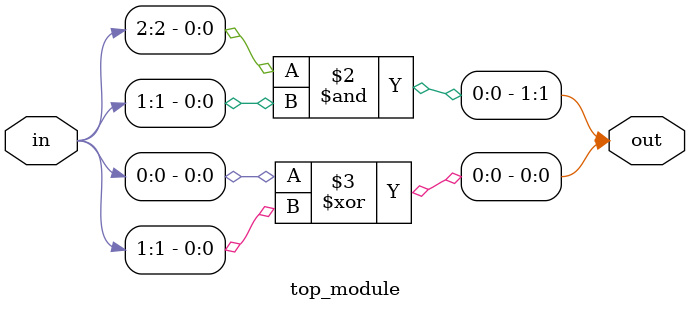
<source format=sv>
module top_module (
    input [2:0] in,
    output reg [1:0] out
);

    always @* begin
        out[1] = in[2] & in[1];    // Bitwise AND of input bits 2 and 1
        out[0] = in[0] ^ in[1];    // Bitwise XOR of input bits 0 and 1
    end

endmodule

</source>
